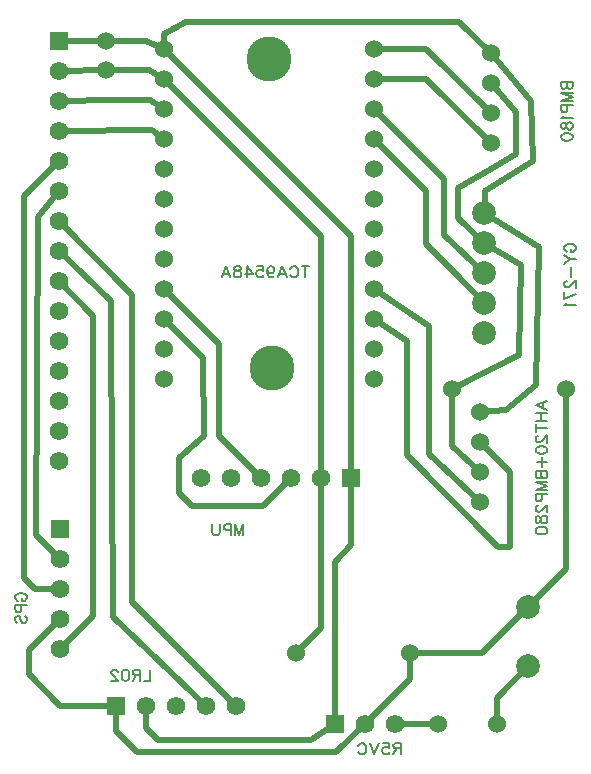
<source format=gbl>
G04 Layer: BottomLayer*
G04 EasyEDA v6.5.40, 2025-04-08 18:07:50*
G04 f69cb92f1d464a00b3157a5873f4f14e,9a3801b0f1a945d2957c124233de6e5e,10*
G04 Gerber Generator version 0.2*
G04 Scale: 100 percent, Rotated: No, Reflected: No *
G04 Dimensions in millimeters *
G04 leading zeros omitted , absolute positions ,4 integer and 5 decimal *
%FSLAX45Y45*%
%MOMM*%

%ADD10C,0.2032*%
%ADD11C,0.5000*%
%ADD12C,1.5748*%
%ADD13R,1.5748X1.5748*%
%ADD14C,2.0000*%
%ADD15C,1.5240*%
%ADD16C,3.8100*%
%ADD17C,0.0106*%

%LPD*%
D10*
X823518Y-80881D02*
G01*
X814428Y-76337D01*
X805337Y-67246D01*
X800790Y-58153D01*
X800790Y-39971D01*
X805337Y-30881D01*
X814428Y-21790D01*
X823518Y-17246D01*
X837153Y-12700D01*
X859881Y-12700D01*
X873518Y-17246D01*
X882609Y-21790D01*
X891700Y-30881D01*
X896246Y-39971D01*
X896246Y-58153D01*
X891700Y-67246D01*
X882609Y-76337D01*
X873518Y-80881D01*
X859881Y-80881D01*
X859881Y-58153D02*
G01*
X859881Y-80881D01*
X800790Y-110881D02*
G01*
X896246Y-110881D01*
X800790Y-110881D02*
G01*
X800790Y-151790D01*
X805337Y-165427D01*
X809881Y-169971D01*
X818972Y-174518D01*
X832609Y-174518D01*
X841700Y-169971D01*
X846246Y-165427D01*
X850790Y-151790D01*
X850790Y-110881D01*
X814428Y-268152D02*
G01*
X805337Y-259062D01*
X800790Y-245427D01*
X800790Y-227246D01*
X805337Y-213608D01*
X814428Y-204518D01*
X823518Y-204518D01*
X832609Y-209062D01*
X837153Y-213608D01*
X841700Y-222699D01*
X850790Y-249971D01*
X855337Y-259062D01*
X859881Y-263608D01*
X868972Y-268152D01*
X882609Y-268152D01*
X891700Y-259062D01*
X896246Y-245427D01*
X896246Y-227246D01*
X891700Y-213608D01*
X882609Y-204518D01*
X1943100Y-661090D02*
G01*
X1943100Y-756546D01*
X1943100Y-756546D02*
G01*
X1888553Y-756546D01*
X1858553Y-661090D02*
G01*
X1858553Y-756546D01*
X1858553Y-661090D02*
G01*
X1817646Y-661090D01*
X1804009Y-665637D01*
X1799462Y-670181D01*
X1794918Y-679272D01*
X1794918Y-688362D01*
X1799462Y-697453D01*
X1804009Y-702000D01*
X1817646Y-706546D01*
X1858553Y-706546D01*
X1826737Y-706546D02*
G01*
X1794918Y-756546D01*
X1737647Y-661090D02*
G01*
X1751281Y-665637D01*
X1760372Y-679272D01*
X1764919Y-702000D01*
X1764919Y-715637D01*
X1760372Y-738362D01*
X1751281Y-752000D01*
X1737647Y-756546D01*
X1728553Y-756546D01*
X1714919Y-752000D01*
X1705828Y-738362D01*
X1701281Y-715637D01*
X1701281Y-702000D01*
X1705828Y-679272D01*
X1714919Y-665637D01*
X1728553Y-661090D01*
X1737647Y-661090D01*
X1666737Y-683818D02*
G01*
X1666737Y-679272D01*
X1662191Y-670181D01*
X1657647Y-665637D01*
X1648553Y-661090D01*
X1630372Y-661090D01*
X1621281Y-665637D01*
X1616737Y-670181D01*
X1612191Y-679272D01*
X1612191Y-688362D01*
X1616737Y-697453D01*
X1625828Y-711090D01*
X1671281Y-756546D01*
X1607647Y-756546D01*
X4064000Y-1283390D02*
G01*
X4064000Y-1378846D01*
X4064000Y-1283390D02*
G01*
X4023090Y-1283390D01*
X4009453Y-1287937D01*
X4004909Y-1292481D01*
X4000362Y-1301572D01*
X4000362Y-1310662D01*
X4004909Y-1319753D01*
X4009453Y-1324300D01*
X4023090Y-1328846D01*
X4064000Y-1328846D01*
X4032181Y-1328846D02*
G01*
X4000362Y-1378846D01*
X3915818Y-1283390D02*
G01*
X3961272Y-1283390D01*
X3965818Y-1324300D01*
X3961272Y-1319753D01*
X3947637Y-1315209D01*
X3934000Y-1315209D01*
X3920363Y-1319753D01*
X3911272Y-1328846D01*
X3906728Y-1342481D01*
X3906728Y-1351572D01*
X3911272Y-1365209D01*
X3920363Y-1374300D01*
X3934000Y-1378846D01*
X3947637Y-1378846D01*
X3961272Y-1374300D01*
X3965818Y-1369753D01*
X3970362Y-1360662D01*
X3876728Y-1283390D02*
G01*
X3840363Y-1378846D01*
X3804000Y-1283390D02*
G01*
X3840363Y-1378846D01*
X3705819Y-1306118D02*
G01*
X3710363Y-1297028D01*
X3719454Y-1287937D01*
X3728547Y-1283390D01*
X3746728Y-1283390D01*
X3755819Y-1287937D01*
X3764909Y-1297028D01*
X3769453Y-1306118D01*
X3774000Y-1319753D01*
X3774000Y-1342481D01*
X3769453Y-1356118D01*
X3764909Y-1365209D01*
X3755819Y-1374300D01*
X3746728Y-1378846D01*
X3728547Y-1378846D01*
X3719454Y-1374300D01*
X3710363Y-1365209D01*
X3705819Y-1356118D01*
X2730500Y570809D02*
G01*
X2730500Y475353D01*
X2730500Y570809D02*
G01*
X2694137Y475353D01*
X2657772Y570809D02*
G01*
X2694137Y475353D01*
X2657772Y570809D02*
G01*
X2657772Y475353D01*
X2627772Y570809D02*
G01*
X2627772Y475353D01*
X2627772Y570809D02*
G01*
X2586863Y570809D01*
X2573228Y566262D01*
X2568681Y561718D01*
X2564137Y552627D01*
X2564137Y538990D01*
X2568681Y529899D01*
X2573228Y525353D01*
X2586863Y520809D01*
X2627772Y520809D01*
X2534137Y570809D02*
G01*
X2534137Y502627D01*
X2529591Y488990D01*
X2520500Y479899D01*
X2506863Y475353D01*
X2497772Y475353D01*
X2484137Y479899D01*
X2475047Y488990D01*
X2470500Y502627D01*
X2470500Y570809D01*
X5207690Y1576537D02*
G01*
X5303146Y1612900D01*
X5207690Y1576537D02*
G01*
X5303146Y1540172D01*
X5271328Y1599262D02*
G01*
X5271328Y1553809D01*
X5207690Y1510172D02*
G01*
X5303146Y1510172D01*
X5207690Y1446537D02*
G01*
X5303146Y1446537D01*
X5253146Y1510172D02*
G01*
X5253146Y1446537D01*
X5207690Y1384719D02*
G01*
X5303146Y1384719D01*
X5207690Y1416537D02*
G01*
X5207690Y1352900D01*
X5230418Y1318353D02*
G01*
X5225872Y1318353D01*
X5216781Y1313809D01*
X5212237Y1309263D01*
X5207690Y1300172D01*
X5207690Y1281991D01*
X5212237Y1272900D01*
X5216781Y1268354D01*
X5225872Y1263810D01*
X5234962Y1263810D01*
X5244053Y1268354D01*
X5257690Y1277447D01*
X5303146Y1322900D01*
X5303146Y1259263D01*
X5207690Y1201991D02*
G01*
X5212237Y1215628D01*
X5225872Y1224719D01*
X5248600Y1229263D01*
X5262237Y1229263D01*
X5284962Y1224719D01*
X5298600Y1215628D01*
X5303146Y1201991D01*
X5303146Y1192900D01*
X5298600Y1179263D01*
X5284962Y1170172D01*
X5262237Y1165628D01*
X5248600Y1165628D01*
X5225872Y1170172D01*
X5212237Y1179263D01*
X5207690Y1192900D01*
X5207690Y1201991D01*
X5221328Y1094719D02*
G01*
X5303146Y1094719D01*
X5262237Y1135628D02*
G01*
X5262237Y1053810D01*
X5207690Y1023810D02*
G01*
X5303146Y1023810D01*
X5207690Y1023810D02*
G01*
X5207690Y982901D01*
X5212237Y969263D01*
X5216781Y964719D01*
X5225872Y960173D01*
X5234962Y960173D01*
X5244053Y964719D01*
X5248600Y969263D01*
X5253146Y982901D01*
X5253146Y1023810D02*
G01*
X5253146Y982901D01*
X5257690Y969263D01*
X5262237Y964719D01*
X5271328Y960173D01*
X5284962Y960173D01*
X5294053Y964719D01*
X5298600Y969263D01*
X5303146Y982901D01*
X5303146Y1023810D01*
X5207690Y930173D02*
G01*
X5303146Y930173D01*
X5207690Y930173D02*
G01*
X5303146Y893810D01*
X5207690Y857448D02*
G01*
X5303146Y893810D01*
X5207690Y857448D02*
G01*
X5303146Y857448D01*
X5207690Y827448D02*
G01*
X5303146Y827448D01*
X5207690Y827448D02*
G01*
X5207690Y786538D01*
X5212237Y772901D01*
X5216781Y768355D01*
X5225872Y763811D01*
X5239509Y763811D01*
X5248600Y768355D01*
X5253146Y772901D01*
X5257690Y786538D01*
X5257690Y827448D01*
X5230418Y729264D02*
G01*
X5225872Y729264D01*
X5216781Y724720D01*
X5212237Y720173D01*
X5207690Y711083D01*
X5207690Y692901D01*
X5212237Y683811D01*
X5216781Y679264D01*
X5225872Y674720D01*
X5234962Y674720D01*
X5244053Y679264D01*
X5257690Y688355D01*
X5303146Y733811D01*
X5303146Y670173D01*
X5207690Y617448D02*
G01*
X5212237Y631083D01*
X5221328Y635629D01*
X5230418Y635629D01*
X5239509Y631083D01*
X5244053Y621992D01*
X5248600Y603811D01*
X5253146Y590174D01*
X5262237Y581083D01*
X5271328Y576539D01*
X5284962Y576539D01*
X5294053Y581083D01*
X5298600Y585630D01*
X5303146Y599264D01*
X5303146Y617448D01*
X5298600Y631083D01*
X5294053Y635629D01*
X5284962Y640173D01*
X5271328Y640173D01*
X5262237Y635629D01*
X5253146Y626539D01*
X5248600Y612902D01*
X5244053Y594720D01*
X5239509Y585630D01*
X5230418Y581083D01*
X5221328Y581083D01*
X5212237Y585630D01*
X5207690Y599264D01*
X5207690Y617448D01*
X5207690Y519264D02*
G01*
X5212237Y532902D01*
X5225872Y541992D01*
X5248600Y546539D01*
X5262237Y546539D01*
X5284962Y541992D01*
X5298600Y532902D01*
X5303146Y519264D01*
X5303146Y510174D01*
X5298600Y496539D01*
X5284962Y487448D01*
X5262237Y482902D01*
X5248600Y482902D01*
X5225872Y487448D01*
X5212237Y496539D01*
X5207690Y510174D01*
X5207690Y519264D01*
X5471718Y2878218D02*
G01*
X5462628Y2882762D01*
X5453537Y2891853D01*
X5448990Y2900946D01*
X5448990Y2919128D01*
X5453537Y2928218D01*
X5462628Y2937309D01*
X5471718Y2941853D01*
X5485353Y2946400D01*
X5508081Y2946400D01*
X5521718Y2941853D01*
X5530809Y2937309D01*
X5539900Y2928218D01*
X5544446Y2919128D01*
X5544446Y2900946D01*
X5539900Y2891853D01*
X5530809Y2882762D01*
X5521718Y2878218D01*
X5508081Y2878218D01*
X5508081Y2900946D02*
G01*
X5508081Y2878218D01*
X5448990Y2848218D02*
G01*
X5494446Y2811853D01*
X5544446Y2811853D01*
X5448990Y2775491D02*
G01*
X5494446Y2811853D01*
X5503537Y2745491D02*
G01*
X5503537Y2663672D01*
X5471718Y2629128D02*
G01*
X5467172Y2629128D01*
X5458081Y2624581D01*
X5453537Y2620037D01*
X5448990Y2610947D01*
X5448990Y2592763D01*
X5453537Y2583672D01*
X5458081Y2579128D01*
X5467172Y2574582D01*
X5476262Y2574582D01*
X5485353Y2579128D01*
X5498990Y2588219D01*
X5544446Y2633672D01*
X5544446Y2570038D01*
X5448990Y2476400D02*
G01*
X5544446Y2521854D01*
X5448990Y2540038D02*
G01*
X5448990Y2476400D01*
X5467172Y2446401D02*
G01*
X5462628Y2437310D01*
X5448990Y2423673D01*
X5544446Y2423673D01*
X5423590Y4318000D02*
G01*
X5519046Y4318000D01*
X5423590Y4318000D02*
G01*
X5423590Y4277090D01*
X5428137Y4263453D01*
X5432681Y4258909D01*
X5441772Y4254362D01*
X5450862Y4254362D01*
X5459953Y4258909D01*
X5464500Y4263453D01*
X5469046Y4277090D01*
X5469046Y4318000D02*
G01*
X5469046Y4277090D01*
X5473590Y4263453D01*
X5478137Y4258909D01*
X5487228Y4254362D01*
X5500862Y4254362D01*
X5509953Y4258909D01*
X5514500Y4263453D01*
X5519046Y4277090D01*
X5519046Y4318000D01*
X5423590Y4224362D02*
G01*
X5519046Y4224362D01*
X5423590Y4224362D02*
G01*
X5519046Y4188000D01*
X5423590Y4151637D02*
G01*
X5519046Y4188000D01*
X5423590Y4151637D02*
G01*
X5519046Y4151637D01*
X5423590Y4121637D02*
G01*
X5519046Y4121637D01*
X5423590Y4121637D02*
G01*
X5423590Y4080728D01*
X5428137Y4067091D01*
X5432681Y4062547D01*
X5441772Y4058000D01*
X5455409Y4058000D01*
X5464500Y4062547D01*
X5469046Y4067091D01*
X5473590Y4080728D01*
X5473590Y4121637D01*
X5441772Y4028000D02*
G01*
X5437228Y4018909D01*
X5423590Y4005272D01*
X5519046Y4005272D01*
X5423590Y3952547D02*
G01*
X5428137Y3966182D01*
X5437228Y3970728D01*
X5446318Y3970728D01*
X5455409Y3966182D01*
X5459953Y3957091D01*
X5464500Y3938910D01*
X5469046Y3925272D01*
X5478137Y3916182D01*
X5487228Y3911638D01*
X5500862Y3911638D01*
X5509953Y3916182D01*
X5514500Y3920728D01*
X5519046Y3934363D01*
X5519046Y3952547D01*
X5514500Y3966182D01*
X5509953Y3970728D01*
X5500862Y3975272D01*
X5487228Y3975272D01*
X5478137Y3970728D01*
X5469046Y3961637D01*
X5464500Y3948000D01*
X5459953Y3929819D01*
X5455409Y3920728D01*
X5446318Y3916182D01*
X5437228Y3916182D01*
X5428137Y3920728D01*
X5423590Y3934363D01*
X5423590Y3952547D01*
X5423590Y3854363D02*
G01*
X5428137Y3868000D01*
X5441772Y3877091D01*
X5464500Y3881638D01*
X5478137Y3881638D01*
X5500862Y3877091D01*
X5514500Y3868000D01*
X5519046Y3854363D01*
X5519046Y3845272D01*
X5514500Y3831638D01*
X5500862Y3822547D01*
X5478137Y3818001D01*
X5464500Y3818001D01*
X5441772Y3822547D01*
X5428137Y3831638D01*
X5423590Y3845272D01*
X5423590Y3854363D01*
X3257481Y2755209D02*
G01*
X3257481Y2659753D01*
X3289300Y2755209D02*
G01*
X3225662Y2755209D01*
X3127481Y2732481D02*
G01*
X3132028Y2741571D01*
X3141118Y2750662D01*
X3150209Y2755209D01*
X3168390Y2755209D01*
X3177481Y2750662D01*
X3186572Y2741571D01*
X3191118Y2732481D01*
X3195662Y2718846D01*
X3195662Y2696118D01*
X3191118Y2682481D01*
X3186572Y2673390D01*
X3177481Y2664299D01*
X3168390Y2659753D01*
X3150209Y2659753D01*
X3141118Y2664299D01*
X3132028Y2673390D01*
X3127481Y2682481D01*
X3061119Y2755209D02*
G01*
X3097481Y2659753D01*
X3061119Y2755209D02*
G01*
X3024753Y2659753D01*
X3083847Y2691571D02*
G01*
X3038391Y2691571D01*
X2935663Y2723390D02*
G01*
X2940210Y2709753D01*
X2949300Y2700662D01*
X2962937Y2696118D01*
X2967481Y2696118D01*
X2981119Y2700662D01*
X2990209Y2709753D01*
X2994753Y2723390D01*
X2994753Y2727937D01*
X2990209Y2741571D01*
X2981119Y2750662D01*
X2967481Y2755209D01*
X2962937Y2755209D01*
X2949300Y2750662D01*
X2940210Y2741571D01*
X2935663Y2723390D01*
X2935663Y2700662D01*
X2940210Y2677937D01*
X2949300Y2664299D01*
X2962937Y2659753D01*
X2972028Y2659753D01*
X2985663Y2664299D01*
X2990209Y2673390D01*
X2851119Y2755209D02*
G01*
X2896572Y2755209D01*
X2901119Y2714299D01*
X2896572Y2718846D01*
X2882938Y2723390D01*
X2869300Y2723390D01*
X2855663Y2718846D01*
X2846572Y2709753D01*
X2842028Y2696118D01*
X2842028Y2687027D01*
X2846572Y2673390D01*
X2855663Y2664299D01*
X2869300Y2659753D01*
X2882938Y2659753D01*
X2896572Y2664299D01*
X2901119Y2668846D01*
X2905663Y2677937D01*
X2766573Y2755209D02*
G01*
X2812028Y2691571D01*
X2743847Y2691571D01*
X2766573Y2755209D02*
G01*
X2766573Y2659753D01*
X2691119Y2755209D02*
G01*
X2704754Y2750662D01*
X2709301Y2741571D01*
X2709301Y2732481D01*
X2704754Y2723390D01*
X2695663Y2718846D01*
X2677482Y2714299D01*
X2663847Y2709753D01*
X2654754Y2700662D01*
X2650210Y2691571D01*
X2650210Y2677937D01*
X2654754Y2668846D01*
X2659301Y2664299D01*
X2672938Y2659753D01*
X2691119Y2659753D01*
X2704754Y2664299D01*
X2709301Y2668846D01*
X2713847Y2677937D01*
X2713847Y2691571D01*
X2709301Y2700662D01*
X2700210Y2709753D01*
X2686573Y2714299D01*
X2668391Y2718846D01*
X2659301Y2723390D01*
X2654754Y2732481D01*
X2654754Y2741571D01*
X2659301Y2750662D01*
X2672938Y2755209D01*
X2691119Y2755209D01*
X2583848Y2755209D02*
G01*
X2620210Y2659753D01*
X2583848Y2755209D02*
G01*
X2547482Y2659753D01*
X2606573Y2691571D02*
G01*
X2561120Y2691571D01*
D11*
X2057400Y2565400D02*
G01*
X2527300Y2095500D01*
X2527300Y1320800D01*
X2882917Y965194D01*
X1168400Y3390900D02*
G01*
X990600Y3175000D01*
X977900Y482600D01*
X1181100Y279400D01*
X1168400Y3644900D02*
G01*
X876300Y3352800D01*
X876300Y114300D01*
X965200Y25400D01*
X1181100Y25400D01*
X1181100Y-482600D02*
G01*
X1460500Y-203200D01*
X1460500Y2336800D01*
X1168400Y2628900D01*
X2413000Y-965200D02*
G01*
X1625600Y-215900D01*
X1612900Y2273300D01*
X1612900Y2463800D01*
X1168400Y2882900D01*
X1168400Y3136900D02*
G01*
X1790700Y2514600D01*
X1790700Y-88900D01*
X2667000Y-965200D01*
X1168400Y3898900D02*
G01*
X1955800Y3911600D01*
X2057400Y3835400D01*
X1573095Y4413643D02*
G01*
X1930400Y4419600D01*
X2057400Y4343400D01*
X1168400Y4406900D02*
G01*
X1573095Y4413643D01*
X1168400Y4660900D02*
G01*
X1566699Y4660900D01*
X3835400Y4343400D02*
G01*
X4279900Y4343400D01*
X4826000Y3797300D01*
X3835400Y4597400D02*
G01*
X4279900Y4597400D01*
X4826000Y4051300D01*
X4826000Y4559300D02*
G01*
X4559300Y4826000D01*
X2247900Y4826000D01*
X2057400Y4724400D01*
X2057400Y4597400D01*
X1651000Y-965200D02*
G01*
X1181100Y-965200D01*
X914400Y-698500D01*
X914400Y-495300D01*
X1181100Y-228600D01*
X1905000Y-965200D02*
G01*
X1905000Y-1155700D01*
X2006600Y-1257300D01*
X3302000Y-1257300D01*
X3505200Y-1117600D01*
X1651000Y-965200D02*
G01*
X1651000Y-1181100D01*
X1828800Y-1358900D01*
X3517900Y-1358900D01*
X3759200Y-1117600D01*
X4013200Y-1117600D02*
G01*
X4381500Y-1117600D01*
X4876800Y-1117600D02*
G01*
X4876800Y-898144D01*
X5143500Y-631444D01*
X4140200Y-520700D02*
G01*
X4753356Y-520700D01*
X5143500Y-130555D01*
X4737100Y1016000D02*
G01*
X4495800Y1231900D01*
X4495800Y1473200D01*
X4495800Y1714500D01*
X4495800Y1714500D02*
G01*
X4495800Y1714500D01*
X5067300Y2006600D01*
X5080000Y2768600D01*
X4771897Y2949702D01*
X3835400Y2311400D02*
G01*
X4114800Y2120900D01*
X4114800Y1155700D01*
X4889500Y381000D01*
X4991100Y381000D01*
X4991100Y1016000D01*
X4737100Y1270000D01*
X4737100Y762000D02*
G01*
X4305300Y1168400D01*
X4305300Y2247900D01*
X3835400Y2565400D01*
X3835400Y3835400D02*
G01*
X4279900Y3390900D01*
X4279900Y2946400D01*
X4508500Y2717800D01*
X4771999Y2441600D01*
X3835400Y4089400D02*
G01*
X4432300Y3492500D01*
X4432300Y3022600D01*
X4432300Y3022600D01*
X4771999Y2695600D01*
X1168400Y4152900D02*
G01*
X1625600Y4160520D01*
X1943100Y4165600D01*
X2057400Y4089400D01*
X2057400Y2311400D02*
G01*
X2387600Y1981200D01*
X2400300Y1320800D01*
X2184400Y1130300D01*
X2184400Y1079500D01*
X2184400Y838200D01*
X2298700Y723900D01*
X2895625Y723900D01*
X3136917Y965194D01*
X4140200Y-520700D02*
G01*
X4140200Y-736600D01*
X3759200Y-1117600D01*
X5461000Y1714500D02*
G01*
X5461000Y186944D01*
X5143500Y-130555D01*
X4737100Y1524000D02*
G01*
X4953000Y1536700D01*
X5207000Y1752600D01*
X5232400Y2921000D01*
X4771897Y3203702D01*
X4826000Y4305300D02*
G01*
X5041900Y4064000D01*
X5041900Y3708400D01*
X4826000Y3581400D01*
X4546600Y3416300D01*
X4546600Y3162300D01*
X4771897Y2949702D01*
X4771999Y3203600D02*
G01*
X4775200Y3390900D01*
X5181600Y3644900D01*
X5168900Y4152900D01*
X4826000Y4559300D01*
X3644900Y965200D02*
G01*
X3644900Y393700D01*
X3505200Y254000D01*
X3505200Y-1117600D01*
X3390925Y965200D02*
G01*
X3390925Y-304774D01*
X3175000Y-520700D01*
X3390925Y965200D02*
G01*
X3390925Y3009874D01*
X2057400Y4343400D01*
X1566699Y4660900D02*
G01*
X1905000Y4660900D01*
X2057400Y4597400D01*
X3644900Y965200D02*
G01*
X3644900Y3009900D01*
X2057400Y4597400D01*
D12*
G01*
X1181100Y-482600D03*
G01*
X1181100Y-228600D03*
G01*
X1181100Y25400D03*
G01*
X1181100Y279400D03*
D13*
G01*
X1181100Y533400D03*
D12*
G01*
X4013200Y-1117600D03*
G01*
X3759200Y-1117600D03*
D13*
G01*
X3505200Y-1117600D03*
D12*
G01*
X2667000Y-965200D03*
G01*
X2413000Y-965200D03*
G01*
X2159000Y-965200D03*
G01*
X1905000Y-965200D03*
D13*
G01*
X1651000Y-965200D03*
D12*
G01*
X1168400Y1104900D03*
G01*
X1168400Y1358900D03*
G01*
X1168400Y1612900D03*
G01*
X1168400Y1866900D03*
G01*
X1168400Y2120900D03*
G01*
X1168400Y2374900D03*
G01*
X1168400Y2628900D03*
G01*
X1168400Y2882900D03*
G01*
X1168400Y3136900D03*
G01*
X1168400Y3390900D03*
G01*
X1168400Y3644900D03*
G01*
X1168400Y3898900D03*
G01*
X1168400Y4152900D03*
G01*
X1168400Y4406900D03*
D13*
G01*
X1168400Y4660900D03*
D14*
G01*
X4771999Y2949600D03*
G01*
X4771999Y2695600D03*
G01*
X4771999Y2441600D03*
G01*
X4771999Y2187600D03*
G01*
X4771999Y3203600D03*
D15*
G01*
X4737100Y1524000D03*
G01*
X4737100Y1270000D03*
G01*
X4737100Y1016000D03*
G01*
X4737100Y762000D03*
D14*
G01*
X5143500Y-631444D03*
G01*
X5143500Y-130555D03*
D12*
G01*
X2374925Y965200D03*
G01*
X2628925Y965200D03*
G01*
X2882925Y965200D03*
G01*
X3136925Y965200D03*
G01*
X3390925Y965200D03*
D13*
G01*
X3644900Y965200D03*
D15*
G01*
X4826000Y3797300D03*
G01*
X4826000Y4051300D03*
G01*
X4826000Y4305300D03*
G01*
X4826000Y4559300D03*
G01*
X2057400Y4597400D03*
G01*
X2057400Y4343400D03*
G01*
X2057400Y4089400D03*
G01*
X2057400Y3835400D03*
G01*
X2057400Y3581400D03*
G01*
X2057400Y3327400D03*
G01*
X2057400Y3073400D03*
G01*
X2057400Y2819400D03*
G01*
X2057400Y2565400D03*
G01*
X2057400Y2311400D03*
G01*
X2057400Y2057400D03*
G01*
X2057400Y1803400D03*
G01*
X3835400Y1803400D03*
G01*
X3835400Y2057400D03*
G01*
X3835400Y2311400D03*
G01*
X3835400Y2565400D03*
G01*
X3835400Y2819400D03*
G01*
X3835400Y3073400D03*
G01*
X3835400Y3327400D03*
G01*
X3835400Y3581400D03*
G01*
X3835400Y3835400D03*
G01*
X3835400Y4089400D03*
G01*
X3835400Y4343400D03*
G01*
X3835400Y4597400D03*
D16*
G01*
X2946400Y4508500D03*
G01*
X2971800Y1892300D03*
D15*
G01*
X4876800Y-1117600D03*
G01*
X4381500Y-1117600D03*
G01*
X4495800Y1714500D03*
G01*
X5461000Y1714500D03*
G01*
X3175000Y-520700D03*
G01*
X4140200Y-520700D03*
G01*
X1566699Y4660900D03*
G01*
X1573095Y4413643D03*
M02*

</source>
